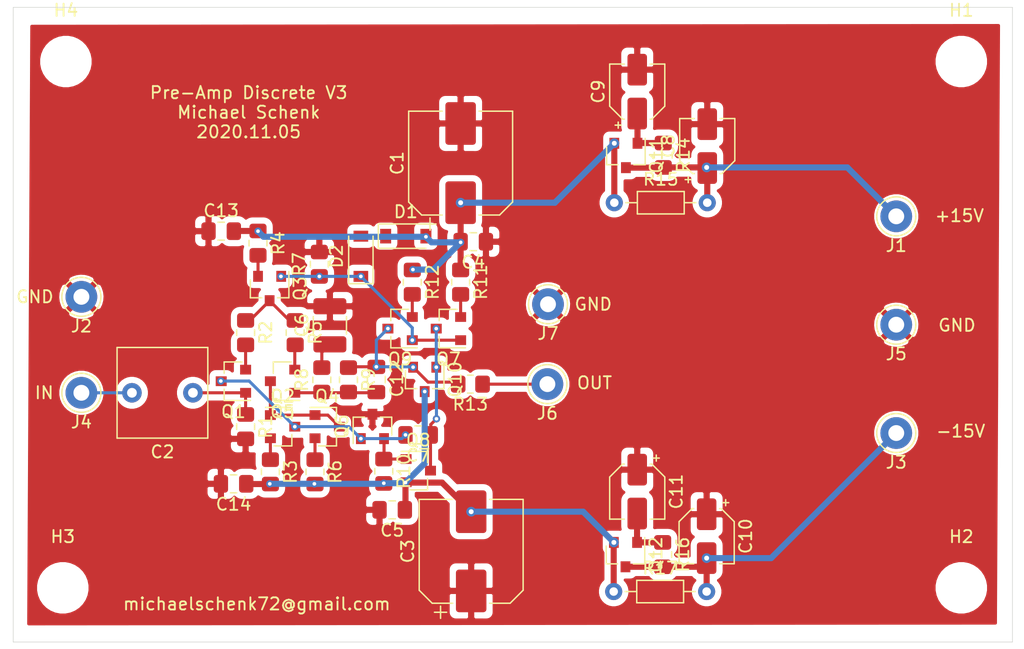
<source format=kicad_pcb>
(kicad_pcb (version 20171130) (host pcbnew "(5.1.7-0-10_14)")
  (layers (0 F.Cu signal) (31 B.Cu signal) (34 B.Paste user) (35 F.Paste user) (36 B.SilkS user) (37 F.SilkS user) (38 B.Mask user) (39 F.Mask user) (44 Edge.Cuts user))
  (net 0 "")
  (net 1 GND)
  (net 2 +15V)
  (net 3 "Net-(C2-Pad2)")
  (net 4 "Net-(C2-Pad1)")
  (net 5 -15V)
  (net 6 "Net-(C6-Pad1)")
  (net 7 "Net-(C7-Pad2)")
  (net 8 "Net-(C7-Pad1)")
  (net 9 "Net-(C8-Pad1)")
  (net 10 "Net-(C9-Pad1)")
  (net 11 "Net-(C10-Pad2)")
  (net 12 "Net-(C11-Pad2)")
  (net 13 "Net-(D1-Pad1)")
  (net 14 "Net-(D2-Pad1)")
  (net 15 "Net-(J6-Pad1)")
  (net 16 "Net-(Q1-Pad2)")
  (net 17 "Net-(Q2-Pad2)")
  (net 18 "Net-(Q2-Pad1)")
  (net 19 "Net-(Q3-Pad3)")
  (net 20 "Net-(Q3-Pad2)")
  (net 21 "Net-(Q4-Pad2)")
  (net 22 "Net-(Q5-Pad2)")
  (net 23 "Net-(Q6-Pad2)")
  (net 24 "Net-(Q7-Pad2)")
  (net 25 "Net-(Q9-Pad2)")
  (net 26 "Net-(C12-Pad2)")
  (net 27 "Net-(C12-Pad1)")
  (module Package_TO_SOT_SMD:SOT-23 (layer F.Cu) (at 147.6596 130.2868)
    (fp_text reference Q4 (at 0 -2.5) (layer F.SilkS))
    (fp_text value BC850C)
    (pad 3 smd rect (at 1 0) (size 0.9 0.8) (layers F.Cu F.Paste F.Mask) (net 18 "Net-(Q2-Pad1)"))
    (pad 2 smd rect (at -1 0.95) (size 0.9 0.8) (layers F.Cu F.Paste F.Mask) (net 21 "Net-(Q4-Pad2)"))
    (pad 1 smd rect (at -1 -0.95) (size 0.9 0.8) (layers F.Cu F.Paste F.Mask) (net 18 "Net-(Q2-Pad1)"))
  )
  (module Capacitor_SMD:C_0805_2012Metric_Pad1.18x1.45mm_HandSolder (layer F.Cu) (at 139.9833 134.9756 180)
    (fp_text reference C14 (at 0 -1.68) (layer F.SilkS))
    (fp_text value 100nF)
    (pad 2 smd roundrect (at 1.0375 0 180) (size 1.175 1.45) (layers F.Cu F.Paste F.Mask) (roundrect_rratio 0.2127659574468085) (net 1 GND))
    (pad 1 smd roundrect (at -1.0375 0 180) (size 1.175 1.45) (layers F.Cu F.Paste F.Mask) (roundrect_rratio 0.2127659574468085) (net 5 -15V))
  )
  (module Capacitor_SMD:C_0805_2012Metric_Pad1.18x1.45mm_HandSolder (layer F.Cu) (at 138.9673 114.2492)
    (fp_text reference C13 (at 0 -1.68) (layer F.SilkS))
    (fp_text value 100nF)
    (pad 2 smd roundrect (at 1.0375 0) (size 1.175 1.45) (layers F.Cu F.Paste F.Mask) (roundrect_rratio 0.2127659574468085) (net 2 +15V))
    (pad 1 smd roundrect (at -1.0375 0) (size 1.175 1.45) (layers F.Cu F.Paste F.Mask) (roundrect_rratio 0.2127659574468085) (net 1 GND))
  )
  (module Capacitor_SMD:CP_Elec_4x4.5 (layer F.Cu) (at 173.0756 135.614 270)
    (fp_text reference C11 (at 0 -3.2 90) (layer F.SilkS))
    (fp_text value 4.7uF)
    (pad 2 smd roundrect (at 1.8 0 270) (size 2.6 1.6) (layers F.Cu F.Paste F.Mask) (roundrect_rratio 0.15625) (net 12 "Net-(C11-Pad2)"))
    (pad 1 smd roundrect (at -1.8 0 270) (size 2.6 1.6) (layers F.Cu F.Paste F.Mask) (roundrect_rratio 0.15625) (net 1 GND))
  )
  (module Capacitor_SMD:CP_Elec_4x4.5 (layer F.Cu) (at 178.7652 139.2716 270)
    (fp_text reference C10 (at 0 -3.2 90) (layer F.SilkS))
    (fp_text value 4.7uF)
    (pad 2 smd roundrect (at 1.8 0 270) (size 2.6 1.6) (layers F.Cu F.Paste F.Mask) (roundrect_rratio 0.15625) (net 11 "Net-(C10-Pad2)"))
    (pad 1 smd roundrect (at -1.8 0 270) (size 2.6 1.6) (layers F.Cu F.Paste F.Mask) (roundrect_rratio 0.15625) (net 1 GND))
  )
  (module Capacitor_SMD:CP_Elec_4x4.5 (layer F.Cu) (at 173.0756 102.7972 90)
    (fp_text reference C9 (at 0 -3.2 90) (layer F.SilkS))
    (fp_text value 4.7uF)
    (pad 2 smd roundrect (at 1.8 0 90) (size 2.6 1.6) (layers F.Cu F.Paste F.Mask) (roundrect_rratio 0.15625) (net 1 GND))
    (pad 1 smd roundrect (at -1.8 0 90) (size 2.6 1.6) (layers F.Cu F.Paste F.Mask) (roundrect_rratio 0.15625) (net 10 "Net-(C9-Pad1)"))
  )
  (module Capacitor_SMD:CP_Elec_4x4.5 (layer F.Cu) (at 178.816 107.2676 90)
    (fp_text reference C8 (at 0 -3.2 90) (layer F.SilkS))
    (fp_text value 4.7uF)
    (pad 2 smd roundrect (at 1.8 0 90) (size 2.6 1.6) (layers F.Cu F.Paste F.Mask) (roundrect_rratio 0.15625) (net 1 GND))
    (pad 1 smd roundrect (at -1.8 0 90) (size 2.6 1.6) (layers F.Cu F.Paste F.Mask) (roundrect_rratio 0.15625) (net 9 "Net-(C8-Pad1)"))
  )
  (module Capacitor_SMD:C_1210_3225Metric_Pad1.33x2.70mm_HandSolder (layer F.Cu) (at 147.8788 121.9708 90)
    (fp_text reference C6 (at 0 -2.3 90) (layer F.SilkS))
    (fp_text value 100uF)
    (pad 2 smd roundrect (at 1.5625 0 90) (size 1.325 2.7) (layers F.Cu F.Paste F.Mask) (roundrect_rratio 0.1886784905660377) (net 1 GND))
    (pad 1 smd roundrect (at -1.5625 0 90) (size 1.325 2.7) (layers F.Cu F.Paste F.Mask) (roundrect_rratio 0.1886784905660377) (net 6 "Net-(C6-Pad1)"))
  )
  (module Capacitor_SMD:C_0805_2012Metric_Pad1.18x1.45mm_HandSolder (layer F.Cu) (at 152.9881 137.1092 180)
    (fp_text reference C5 (at 0 -1.68) (layer F.SilkS))
    (fp_text value 100nF)
    (pad 2 smd roundrect (at 1.0375 0 180) (size 1.175 1.45) (layers F.Cu F.Paste F.Mask) (roundrect_rratio 0.2127659574468085) (net 1 GND))
    (pad 1 smd roundrect (at -1.0375 0 180) (size 1.175 1.45) (layers F.Cu F.Paste F.Mask) (roundrect_rratio 0.2127659574468085) (net 5 -15V))
  )
  (module Capacitor_SMD:C_0805_2012Metric_Pad1.18x1.45mm_HandSolder (layer F.Cu) (at 159.6351 115.1128 180)
    (fp_text reference C4 (at 0 -1.68) (layer F.SilkS))
    (fp_text value 100nF)
    (pad 2 smd roundrect (at 1.0375 0 180) (size 1.175 1.45) (layers F.Cu F.Paste F.Mask) (roundrect_rratio 0.2127659574468085) (net 2 +15V))
    (pad 1 smd roundrect (at -1.0375 0 180) (size 1.175 1.45) (layers F.Cu F.Paste F.Mask) (roundrect_rratio 0.2127659574468085) (net 1 GND))
  )
  (module Capacitor_SMD:CP_Elec_8x10 (layer F.Cu) (at 159.4612 140.5128 90)
    (fp_text reference C3 (at 0 -5.2 90) (layer F.SilkS))
    (fp_text value 100uF)
    (pad 2 smd roundrect (at 3.25 0 90) (size 3.5 2.5) (layers F.Cu F.Paste F.Mask) (roundrect_rratio 0.1) (net 5 -15V))
    (pad 1 smd roundrect (at -3.25 0 90) (size 3.5 2.5) (layers F.Cu F.Paste F.Mask) (roundrect_rratio 0.1) (net 1 GND))
  )
  (module Capacitor_SMD:CP_Elec_8x10 (layer F.Cu) (at 158.5976 108.6624 90)
    (fp_text reference C1 (at 0 -5.2 90) (layer F.SilkS))
    (fp_text value 100uF)
    (pad 2 smd roundrect (at 3.25 0 90) (size 3.5 2.5) (layers F.Cu F.Paste F.Mask) (roundrect_rratio 0.1) (net 1 GND))
    (pad 1 smd roundrect (at -3.25 0 90) (size 3.5 2.5) (layers F.Cu F.Paste F.Mask) (roundrect_rratio 0.1) (net 2 +15V))
  )
  (module Package_TO_SOT_SMD:SOT-23 (layer F.Cu) (at 155.6512 126.4064 270)
    (fp_text reference Q10 (at 0 -2.5 90) (layer F.SilkS))
    (fp_text value BC860C)
    (pad 3 smd rect (at 1 0 270) (size 0.9 0.8) (layers F.Cu F.Paste F.Mask) (net 5 -15V))
    (pad 2 smd rect (at -1 0.95 270) (size 0.9 0.8) (layers F.Cu F.Paste F.Mask) (net 27 "Net-(C12-Pad1)"))
    (pad 1 smd rect (at -1 -0.95 270) (size 0.9 0.8) (layers F.Cu F.Paste F.Mask) (net 8 "Net-(C7-Pad1)"))
  )
  (module Resistor_SMD:R_0805_2012Metric_Pad1.20x1.40mm_HandSolder (layer F.Cu) (at 141.986 115.2304 270)
    (fp_text reference R4 (at 0 -1.65 90) (layer F.SilkS))
    (fp_text value 150R)
    (pad 2 smd roundrect (at 1 0 270) (size 1.2 1.4) (layers F.Cu F.Paste F.Mask) (roundrect_rratio 0.2083325) (net 20 "Net-(Q3-Pad2)"))
    (pad 1 smd roundrect (at -1 0 270) (size 1.2 1.4) (layers F.Cu F.Paste F.Mask) (roundrect_rratio 0.2083325) (net 2 +15V))
  )
  (module Capacitor_SMD:C_0805_2012Metric_Pad1.18x1.45mm_HandSolder (layer F.Cu) (at 155.1139 130.9624 180)
    (fp_text reference C7 (at 0 -1.68) (layer F.SilkS))
    (fp_text value 270pF)
    (pad 2 smd roundrect (at 1.0375 0 180) (size 1.175 1.45) (layers F.Cu F.Paste F.Mask) (roundrect_rratio 0.2127659574468085) (net 7 "Net-(C7-Pad2)"))
    (pad 1 smd roundrect (at -1.0375 0 180) (size 1.175 1.45) (layers F.Cu F.Paste F.Mask) (roundrect_rratio 0.2127659574468085) (net 8 "Net-(C7-Pad1)"))
  )
  (module Capacitor_SMD:C_0805_2012Metric_Pad1.18x1.45mm_HandSolder (layer F.Cu) (at 151.6888 126.4197 270)
    (fp_text reference C12 (at 0 -1.68 90) (layer F.SilkS))
    (fp_text value 4.7pF)
    (pad 2 smd roundrect (at 1.0375 0 270) (size 1.175 1.45) (layers F.Cu F.Paste F.Mask) (roundrect_rratio 0.2127659574468085) (net 26 "Net-(C12-Pad2)"))
    (pad 1 smd roundrect (at -1.0375 0 270) (size 1.175 1.45) (layers F.Cu F.Paste F.Mask) (roundrect_rratio 0.2127659574468085) (net 27 "Net-(C12-Pad1)"))
  )
  (module Package_TO_SOT_SMD:SOT-23 (layer F.Cu) (at 153.6352 122.24 180)
    (fp_text reference Q9 (at 0 -2.5) (layer F.SilkS))
    (fp_text value BC860C)
    (pad 1 smd rect (at -1 -0.95 180) (size 0.9 0.8) (layers F.Cu F.Paste F.Mask) (net 14 "Net-(D2-Pad1)"))
    (pad 2 smd rect (at -1 0.95 180) (size 0.9 0.8) (layers F.Cu F.Paste F.Mask) (net 25 "Net-(Q9-Pad2)"))
    (pad 3 smd rect (at 1 0 180) (size 0.9 0.8) (layers F.Cu F.Paste F.Mask) (net 27 "Net-(C12-Pad1)"))
  )
  (module Resistor_SMD:R_0805_2012Metric_Pad1.20x1.40mm_HandSolder (layer F.Cu) (at 140.97 130.286 270)
    (fp_text reference R1 (at 0 -1.65 90) (layer F.SilkS))
    (fp_text value 22k)
    (pad 2 smd roundrect (at 1 0 270) (size 1.2 1.4) (layers F.Cu F.Paste F.Mask) (roundrect_rratio 0.2083325) (net 1 GND))
    (pad 1 smd roundrect (at -1 0 270) (size 1.2 1.4) (layers F.Cu F.Paste F.Mask) (roundrect_rratio 0.2083325) (net 4 "Net-(C2-Pad1)"))
  )
  (module Resistor_THT:R_Axial_DIN0204_L3.6mm_D1.6mm_P7.62mm_Horizontal (layer F.Cu) (at 171.1452 143.8148)
    (fp_text reference R17 (at 3.81 -1.92) (layer F.SilkS))
    (fp_text value 0R)
    (pad 2 thru_hole oval (at 7.62 0) (size 1.4 1.4) (drill 0.7) (layers *.Cu *.Mask) (net 11 "Net-(C10-Pad2)"))
    (pad 1 thru_hole circle (at 0 0) (size 1.4 1.4) (drill 0.7) (layers *.Cu *.Mask) (net 5 -15V))
  )
  (module Resistor_SMD:R_0805_2012Metric_Pad1.20x1.40mm_HandSolder (layer F.Cu) (at 175.1584 140.7828 270)
    (fp_text reference R16 (at 0 -1.65 90) (layer F.SilkS))
    (fp_text value 22k)
    (pad 2 smd roundrect (at 1 0 270) (size 1.2 1.4) (layers F.Cu F.Paste F.Mask) (roundrect_rratio 0.2083325) (net 11 "Net-(C10-Pad2)"))
    (pad 1 smd roundrect (at -1 0 270) (size 1.2 1.4) (layers F.Cu F.Paste F.Mask) (roundrect_rratio 0.2083325) (net 12 "Net-(C11-Pad2)"))
  )
  (module Resistor_THT:R_Axial_DIN0204_L3.6mm_D1.6mm_P7.62mm_Horizontal (layer F.Cu) (at 171.196 111.9124)
    (fp_text reference R15 (at 3.81 -1.92) (layer F.SilkS))
    (fp_text value 0R)
    (pad 2 thru_hole oval (at 7.62 0) (size 1.4 1.4) (drill 0.7) (layers *.Cu *.Mask) (net 9 "Net-(C8-Pad1)"))
    (pad 1 thru_hole circle (at 0 0) (size 1.4 1.4) (drill 0.7) (layers *.Cu *.Mask) (net 2 +15V))
  )
  (module Resistor_SMD:R_0805_2012Metric_Pad1.20x1.40mm_HandSolder (layer F.Cu) (at 175.2092 108.0168 270)
    (fp_text reference R14 (at 0 -1.65 90) (layer F.SilkS))
    (fp_text value 22k)
    (pad 2 smd roundrect (at 1 0 270) (size 1.2 1.4) (layers F.Cu F.Paste F.Mask) (roundrect_rratio 0.2083325) (net 9 "Net-(C8-Pad1)"))
    (pad 1 smd roundrect (at -1 0 270) (size 1.2 1.4) (layers F.Cu F.Paste F.Mask) (roundrect_rratio 0.2083325) (net 10 "Net-(C9-Pad1)"))
  )
  (module Resistor_SMD:R_0805_2012Metric_Pad1.20x1.40mm_HandSolder (layer F.Cu) (at 159.3944 126.7968 180)
    (fp_text reference R13 (at 0 -1.65) (layer F.SilkS))
    (fp_text value 47R)
    (pad 2 smd roundrect (at 1 0 180) (size 1.2 1.4) (layers F.Cu F.Paste F.Mask) (roundrect_rratio 0.2083325) (net 27 "Net-(C12-Pad1)"))
    (pad 1 smd roundrect (at -1 0 180) (size 1.2 1.4) (layers F.Cu F.Paste F.Mask) (roundrect_rratio 0.2083325) (net 15 "Net-(J6-Pad1)"))
  )
  (module Resistor_SMD:R_0805_2012Metric_Pad1.20x1.40mm_HandSolder (layer F.Cu) (at 154.6352 118.4308 270)
    (fp_text reference R12 (at 0 -1.65 90) (layer F.SilkS))
    (fp_text value 100R)
    (pad 2 smd roundrect (at 1 0 270) (size 1.2 1.4) (layers F.Cu F.Paste F.Mask) (roundrect_rratio 0.2083325) (net 25 "Net-(Q9-Pad2)"))
    (pad 1 smd roundrect (at -1 0 270) (size 1.2 1.4) (layers F.Cu F.Paste F.Mask) (roundrect_rratio 0.2083325) (net 2 +15V))
  )
  (module Resistor_SMD:R_0805_2012Metric_Pad1.20x1.40mm_HandSolder (layer F.Cu) (at 158.5976 118.4308 270)
    (fp_text reference R11 (at 0 -1.65 90) (layer F.SilkS))
    (fp_text value 100R)
    (pad 2 smd roundrect (at 1 0 270) (size 1.2 1.4) (layers F.Cu F.Paste F.Mask) (roundrect_rratio 0.2083325) (net 24 "Net-(Q7-Pad2)"))
    (pad 1 smd roundrect (at -1 0 270) (size 1.2 1.4) (layers F.Cu F.Paste F.Mask) (roundrect_rratio 0.2083325) (net 2 +15V))
  )
  (module Resistor_SMD:R_0805_2012Metric_Pad1.20x1.40mm_HandSolder (layer F.Cu) (at 152.2984 133.9436 270)
    (fp_text reference R10 (at 0 -1.65 90) (layer F.SilkS))
    (fp_text value 2k2)
    (pad 2 smd roundrect (at 1 0 270) (size 1.2 1.4) (layers F.Cu F.Paste F.Mask) (roundrect_rratio 0.2083325) (net 5 -15V))
    (pad 1 smd roundrect (at -1 0 270) (size 1.2 1.4) (layers F.Cu F.Paste F.Mask) (roundrect_rratio 0.2083325) (net 23 "Net-(Q6-Pad2)"))
  )
  (module Resistor_SMD:R_0805_2012Metric_Pad1.20x1.40mm_HandSolder (layer F.Cu) (at 149.4028 126.4445 270)
    (fp_text reference R9 (at 0 -1.65 90) (layer F.SilkS))
    (fp_text value 22k)
    (pad 2 smd roundrect (at 1 0 270) (size 1.2 1.4) (layers F.Cu F.Paste F.Mask) (roundrect_rratio 0.2083325) (net 26 "Net-(C12-Pad2)"))
    (pad 1 smd roundrect (at -1 0 270) (size 1.2 1.4) (layers F.Cu F.Paste F.Mask) (roundrect_rratio 0.2083325) (net 27 "Net-(C12-Pad1)"))
  )
  (module Resistor_SMD:R_0805_2012Metric_Pad1.20x1.40mm_HandSolder (layer F.Cu) (at 147.2184 126.4445 90)
    (fp_text reference R8 (at 0 -1.65 90) (layer F.SilkS))
    (fp_text value 22k)
    (pad 2 smd roundrect (at 1 0 90) (size 1.2 1.4) (layers F.Cu F.Paste F.Mask) (roundrect_rratio 0.2083325) (net 6 "Net-(C6-Pad1)"))
    (pad 1 smd roundrect (at -1 0 90) (size 1.2 1.4) (layers F.Cu F.Paste F.Mask) (roundrect_rratio 0.2083325) (net 26 "Net-(C12-Pad2)"))
  )
  (module Resistor_SMD:R_0805_2012Metric_Pad1.20x1.40mm_HandSolder (layer F.Cu) (at 147.0152 116.9576 90)
    (fp_text reference R7 (at 0 -1.65 90) (layer F.SilkS))
    (fp_text value 22k)
    (pad 2 smd roundrect (at 1 0 90) (size 1.2 1.4) (layers F.Cu F.Paste F.Mask) (roundrect_rratio 0.2083325) (net 1 GND))
    (pad 1 smd roundrect (at -1 0 90) (size 1.2 1.4) (layers F.Cu F.Paste F.Mask) (roundrect_rratio 0.2083325) (net 14 "Net-(D2-Pad1)"))
  )
  (module Resistor_SMD:R_0805_2012Metric_Pad1.20x1.40mm_HandSolder (layer F.Cu) (at 146.6596 133.9944 270)
    (fp_text reference R6 (at 0 -1.65 90) (layer F.SilkS))
    (fp_text value 68)
    (pad 2 smd roundrect (at 1 0 270) (size 1.2 1.4) (layers F.Cu F.Paste F.Mask) (roundrect_rratio 0.2083325) (net 5 -15V))
    (pad 1 smd roundrect (at -1 0 270) (size 1.2 1.4) (layers F.Cu F.Paste F.Mask) (roundrect_rratio 0.2083325) (net 21 "Net-(Q4-Pad2)"))
  )
  (module Resistor_SMD:R_0805_2012Metric_Pad1.20x1.40mm_HandSolder (layer F.Cu) (at 145.034 122.571 270)
    (fp_text reference R5 (at 0 -1.65 90) (layer F.SilkS))
    (fp_text value 100R)
    (pad 2 smd roundrect (at 1 0 270) (size 1.2 1.4) (layers F.Cu F.Paste F.Mask) (roundrect_rratio 0.2083325) (net 22 "Net-(Q5-Pad2)"))
    (pad 1 smd roundrect (at -1 0 270) (size 1.2 1.4) (layers F.Cu F.Paste F.Mask) (roundrect_rratio 0.2083325) (net 19 "Net-(Q3-Pad3)"))
  )
  (module Resistor_SMD:R_0805_2012Metric_Pad1.20x1.40mm_HandSolder (layer F.Cu) (at 143.002 133.9944 270)
    (fp_text reference R3 (at 0 -1.65 90) (layer F.SilkS))
    (fp_text value 68)
    (pad 2 smd roundrect (at 1 0 270) (size 1.2 1.4) (layers F.Cu F.Paste F.Mask) (roundrect_rratio 0.2083325) (net 5 -15V))
    (pad 1 smd roundrect (at -1 0 270) (size 1.2 1.4) (layers F.Cu F.Paste F.Mask) (roundrect_rratio 0.2083325) (net 17 "Net-(Q2-Pad2)"))
  )
  (module Resistor_SMD:R_0805_2012Metric_Pad1.20x1.40mm_HandSolder (layer F.Cu) (at 140.97 122.571 270)
    (fp_text reference R2 (at 0 -1.65 90) (layer F.SilkS))
    (fp_text value 100R)
    (pad 2 smd roundrect (at 1 0 270) (size 1.2 1.4) (layers F.Cu F.Paste F.Mask) (roundrect_rratio 0.2083325) (net 16 "Net-(Q1-Pad2)"))
    (pad 1 smd roundrect (at -1 0 270) (size 1.2 1.4) (layers F.Cu F.Paste F.Mask) (roundrect_rratio 0.2083325) (net 19 "Net-(Q3-Pad3)"))
  )
  (module Package_TO_SOT_SMD:SOT-23 (layer F.Cu) (at 172.1104 140.7828 270)
    (fp_text reference Q12 (at 0 -2.5 90) (layer F.SilkS))
    (fp_text value BC860C)
    (pad 3 smd rect (at 1 0 270) (size 0.9 0.8) (layers F.Cu F.Paste F.Mask) (net 11 "Net-(C10-Pad2)"))
    (pad 2 smd rect (at -1 0.95 270) (size 0.9 0.8) (layers F.Cu F.Paste F.Mask) (net 5 -15V))
    (pad 1 smd rect (at -1 -0.95 270) (size 0.9 0.8) (layers F.Cu F.Paste F.Mask) (net 12 "Net-(C11-Pad2)"))
  )
  (module Package_TO_SOT_SMD:SOT-23 (layer F.Cu) (at 172.146 108.0356 270)
    (fp_text reference Q11 (at 0 -2.5 90) (layer F.SilkS))
    (fp_text value BC850C)
    (pad 3 smd rect (at 1 0 270) (size 0.9 0.8) (layers F.Cu F.Paste F.Mask) (net 9 "Net-(C8-Pad1)"))
    (pad 2 smd rect (at -1 0.95 270) (size 0.9 0.8) (layers F.Cu F.Paste F.Mask) (net 2 +15V))
    (pad 1 smd rect (at -1 -0.95 270) (size 0.9 0.8) (layers F.Cu F.Paste F.Mask) (net 10 "Net-(C9-Pad1)"))
  )
  (module Package_TO_SOT_SMD:SOT-23 (layer F.Cu) (at 155.1272 133.8936)
    (fp_text reference Q8 (at 0 -2.5) (layer F.SilkS))
    (fp_text value BC850C)
    (pad 3 smd rect (at 1 0) (size 0.9 0.8) (layers F.Cu F.Paste F.Mask) (net 8 "Net-(C7-Pad1)"))
    (pad 2 smd rect (at -1 0.95) (size 0.9 0.8) (layers F.Cu F.Paste F.Mask) (net 5 -15V))
    (pad 1 smd rect (at -1 -0.95) (size 0.9 0.8) (layers F.Cu F.Paste F.Mask) (net 23 "Net-(Q6-Pad2)"))
  )
  (module Package_TO_SOT_SMD:SOT-23 (layer F.Cu) (at 157.5976 122.24 180)
    (fp_text reference Q7 (at 0 -2.5) (layer F.SilkS))
    (fp_text value BC860C)
    (pad 3 smd rect (at 1 0 180) (size 0.9 0.8) (layers F.Cu F.Paste F.Mask) (net 8 "Net-(C7-Pad1)"))
    (pad 2 smd rect (at -1 0.95 180) (size 0.9 0.8) (layers F.Cu F.Paste F.Mask) (net 24 "Net-(Q7-Pad2)"))
    (pad 1 smd rect (at -1 -0.95 180) (size 0.9 0.8) (layers F.Cu F.Paste F.Mask) (net 14 "Net-(D2-Pad1)"))
  )
  (module Package_TO_SOT_SMD:SOT-23 (layer F.Cu) (at 151.3688 130.2672 90)
    (fp_text reference Q6 (at 0 -2.5 90) (layer F.SilkS))
    (fp_text value BC850C)
    (pad 3 smd rect (at 1 0 90) (size 0.9 0.8) (layers F.Cu F.Paste F.Mask) (net 1 GND))
    (pad 2 smd rect (at -1 0.95 90) (size 0.9 0.8) (layers F.Cu F.Paste F.Mask) (net 23 "Net-(Q6-Pad2)"))
    (pad 1 smd rect (at -1 -0.95 90) (size 0.9 0.8) (layers F.Cu F.Paste F.Mask) (net 7 "Net-(C7-Pad2)"))
  )
  (module Package_TO_SOT_SMD:SOT-23 (layer F.Cu) (at 144.002 126.5555 180)
    (fp_text reference Q5 (at 0 -2.5) (layer F.SilkS))
    (fp_text value BC860C)
    (pad 3 smd rect (at 1 0 180) (size 0.9 0.8) (layers F.Cu F.Paste F.Mask) (net 18 "Net-(Q2-Pad1)"))
    (pad 2 smd rect (at -1 0.95 180) (size 0.9 0.8) (layers F.Cu F.Paste F.Mask) (net 22 "Net-(Q5-Pad2)"))
    (pad 1 smd rect (at -1 -0.95 180) (size 0.9 0.8) (layers F.Cu F.Paste F.Mask) (net 26 "Net-(C12-Pad2)"))
  )
  (module Package_TO_SOT_SMD:SOT-23 (layer F.Cu) (at 142.9385 118.9515 270)
    (fp_text reference Q3 (at 0 -2.5 90) (layer F.SilkS))
    (fp_text value BC860C)
    (pad 3 smd rect (at 1 0 270) (size 0.9 0.8) (layers F.Cu F.Paste F.Mask) (net 19 "Net-(Q3-Pad3)"))
    (pad 2 smd rect (at -1 0.95 270) (size 0.9 0.8) (layers F.Cu F.Paste F.Mask) (net 20 "Net-(Q3-Pad2)"))
    (pad 1 smd rect (at -1 -0.95 270) (size 0.9 0.8) (layers F.Cu F.Paste F.Mask) (net 14 "Net-(D2-Pad1)"))
  )
  (module Package_TO_SOT_SMD:SOT-23 (layer F.Cu) (at 144.002 130.2868)
    (fp_text reference Q2 (at 0 -2.5) (layer F.SilkS))
    (fp_text value BC850C)
    (pad 3 smd rect (at 1 0) (size 0.9 0.8) (layers F.Cu F.Paste F.Mask) (net 7 "Net-(C7-Pad2)"))
    (pad 2 smd rect (at -1 0.95) (size 0.9 0.8) (layers F.Cu F.Paste F.Mask) (net 17 "Net-(Q2-Pad2)"))
    (pad 1 smd rect (at -1 -0.95) (size 0.9 0.8) (layers F.Cu F.Paste F.Mask) (net 18 "Net-(Q2-Pad1)"))
  )
  (module Package_TO_SOT_SMD:SOT-23 (layer F.Cu) (at 139.97 126.558 180)
    (fp_text reference Q1 (at 0 -2.5) (layer F.SilkS))
    (fp_text value BC860C)
    (pad 3 smd rect (at 1 0 180) (size 0.9 0.8) (layers F.Cu F.Paste F.Mask) (net 7 "Net-(C7-Pad2)"))
    (pad 2 smd rect (at -1 0.95 180) (size 0.9 0.8) (layers F.Cu F.Paste F.Mask) (net 16 "Net-(Q1-Pad2)"))
    (pad 1 smd rect (at -1 -0.95 180) (size 0.9 0.8) (layers F.Cu F.Paste F.Mask) (net 4 "Net-(C2-Pad1)"))
  )
  (module Connector_Pin:Pin_D1.3mm_L11.0mm (layer F.Cu) (at 165.7604 120.2436)
    (fp_text reference J7 (at 0 2.4) (layer F.SilkS))
    (fp_text value Conn_01x01)
    (pad 1 thru_hole circle (at 0 0) (size 2.6 2.6) (drill 1.3) (layers *.Cu *.Mask) (net 1 GND))
  )
  (module Connector_Pin:Pin_D1.3mm_L11.0mm (layer F.Cu) (at 165.7096 126.7968)
    (fp_text reference J6 (at 0 2.4) (layer F.SilkS))
    (fp_text value Conn_01x01)
    (pad 1 thru_hole circle (at 0 0) (size 2.6 2.6) (drill 1.3) (layers *.Cu *.Mask) (net 15 "Net-(J6-Pad1)"))
  )
  (module Connector_Pin:Pin_D1.3mm_L11.0mm (layer F.Cu) (at 194.31 121.92)
    (fp_text reference J5 (at 0 2.4) (layer F.SilkS))
    (fp_text value Conn_01x01)
    (pad 1 thru_hole circle (at 0 0) (size 2.6 2.6) (drill 1.3) (layers *.Cu *.Mask) (net 1 GND))
  )
  (module Connector_Pin:Pin_D1.3mm_L11.0mm (layer F.Cu) (at 127.508 127.508)
    (fp_text reference J4 (at 0 2.4) (layer F.SilkS))
    (fp_text value Conn_01x01)
    (pad 1 thru_hole circle (at 0 0) (size 2.6 2.6) (drill 1.3) (layers *.Cu *.Mask) (net 3 "Net-(C2-Pad2)"))
  )
  (module Connector_Pin:Pin_D1.3mm_L11.0mm (layer F.Cu) (at 194.31 130.81)
    (fp_text reference J3 (at 0 2.4) (layer F.SilkS))
    (fp_text value Conn_01x01)
    (pad 1 thru_hole circle (at 0 0) (size 2.6 2.6) (drill 1.3) (layers *.Cu *.Mask) (net 11 "Net-(C10-Pad2)"))
  )
  (module Connector_Pin:Pin_D1.3mm_L11.0mm (layer F.Cu) (at 127.508 119.634)
    (fp_text reference J2 (at 0 2.4) (layer F.SilkS))
    (fp_text value Conn_01x01)
    (pad 1 thru_hole circle (at 0 0) (size 2.6 2.6) (drill 1.3) (layers *.Cu *.Mask) (net 1 GND))
  )
  (module Connector_Pin:Pin_D1.3mm_L11.0mm (layer F.Cu) (at 194.31 113.03)
    (fp_text reference J1 (at 0 2.4) (layer F.SilkS))
    (fp_text value Conn_01x01)
    (pad 1 thru_hole circle (at 0 0) (size 2.6 2.6) (drill 1.3) (layers *.Cu *.Mask) (net 9 "Net-(C8-Pad1)"))
  )
  (module MountingHole:MountingHole_3.2mm_M3 (layer F.Cu) (at 126.238 100.33)
    (fp_text reference H4 (at 0 -4.2) (layer F.SilkS))
    (fp_text value MountingHole)
    (pad 1 np_thru_hole circle (at 0 0) (size 3.2 3.2) (drill 3.2) (layers *.Cu *.Mask))
  )
  (module MountingHole:MountingHole_3.2mm_M3 (layer F.Cu) (at 125.984 143.51)
    (fp_text reference H3 (at 0 -4.2) (layer F.SilkS))
    (fp_text value MountingHole)
    (pad 1 np_thru_hole circle (at 0 0) (size 3.2 3.2) (drill 3.2) (layers *.Cu *.Mask))
  )
  (module MountingHole:MountingHole_3.2mm_M3 (layer F.Cu) (at 199.644 143.51)
    (fp_text reference H2 (at 0 -4.2) (layer F.SilkS))
    (fp_text value MountingHole)
    (pad 1 np_thru_hole circle (at 0 0) (size 3.2 3.2) (drill 3.2) (layers *.Cu *.Mask))
  )
  (module MountingHole:MountingHole_3.2mm_M3 (layer F.Cu) (at 199.644 100.33)
    (fp_text reference H1 (at 0 -4.2) (layer F.SilkS))
    (fp_text value MountingHole)
    (pad 1 np_thru_hole circle (at 0 0) (size 3.2 3.2) (drill 3.2) (layers *.Cu *.Mask))
  )
  (module Diode_SMD:D_SOD-123 (layer F.Cu) (at 150.4188 116.3076 90)
    (fp_text reference D2 (at 0 -2 90) (layer F.SilkS))
    (fp_text value 1N4148W)
    (pad 2 smd rect (at 1.65 0 90) (size 0.9 1.2) (layers F.Cu F.Paste F.Mask) (net 13 "Net-(D1-Pad1)"))
    (pad 1 smd rect (at -1.65 0 90) (size 0.9 1.2) (layers F.Cu F.Paste F.Mask) (net 14 "Net-(D2-Pad1)"))
  )
  (module Diode_SMD:D_SOD-123 (layer F.Cu) (at 154.1008 114.6556)
    (fp_text reference D1 (at 0 -2) (layer F.SilkS))
    (fp_text value 1N4148W)
    (pad 2 smd rect (at 1.65 0) (size 0.9 1.2) (layers F.Cu F.Paste F.Mask) (net 2 +15V))
    (pad 1 smd rect (at -1.65 0) (size 0.9 1.2) (layers F.Cu F.Paste F.Mask) (net 13 "Net-(D1-Pad1)"))
  )
  (module Capacitor_THT:C_Rect_L7.2mm_W7.2mm_P5.00mm_FKS2_FKP2_MKS2_MKP2 (layer F.Cu) (at 136.652 127.508 180)
    (fp_text reference C2 (at 2.5 -4.85) (layer F.SilkS))
    (fp_text value 2.2uF)
    (pad 2 thru_hole circle (at 5 0 180) (size 1.6 1.6) (drill 0.8) (layers *.Cu *.Mask) (net 3 "Net-(C2-Pad2)"))
    (pad 1 thru_hole circle (at 0 0 180) (size 1.6 1.6) (drill 0.8) (layers *.Cu *.Mask) (net 4 "Net-(C2-Pad1)"))
  )
  (gr_text michaelschenk72@gmail.com (at 141.8844 144.8308) (layer F.SilkS) (effects (font (size 1 1))))
  (gr_text "Pre-Amp Discrete V3\nMichael Schenk\n2020.11.05" (at 141.224 104.4956) (layer F.SilkS) (effects (font (size 1 1))))
  (gr_line (start 203.835 95.885) (end 121.92 95.885) (layer Edge.Cuts) (width 0.05))
  (gr_line (start 203.835 147.955) (end 203.835 95.885) (layer Edge.Cuts) (width 0.05))
  (gr_line (start 121.92 147.955) (end 203.835 147.955) (layer Edge.Cuts) (width 0.05))
  (gr_line (start 121.92 96.52) (end 121.92 147.955) (layer Edge.Cuts) (width 0.05))
  (gr_line (start 121.92 95.885) (end 121.92 96.52) (layer Edge.Cuts) (width 0.05))
  (gr_text GND (at 169.4688 120.2436) (layer F.SilkS) (effects (font (size 1 1))))
  (gr_text OUT (at 169.5704 126.6952) (layer F.SilkS) (effects (font (size 1 1))))
  (gr_text GND (at 123.698 119.634) (layer F.SilkS) (effects (font (size 1 1))))
  (gr_text IN (at 124.46 127.508) (layer F.SilkS) (effects (font (size 1 1))))
  (gr_text GND (at 199.2884 121.9708) (layer F.SilkS) (effects (font (size 1 1))))
  (gr_text -15V (at 199.5932 130.6576) (layer F.SilkS) (effects (font (size 1 1))))
  (gr_text +15V (at 199.4916 112.9792) (layer F.SilkS) (effects (font (size 1 1))))
  (via (at 154.686 117.3988) (size 0.6) (drill 0.3) (layers F.Cu B.Cu) (net 2))
  (via (at 158.5976 115.1636) (size 0.6) (drill 0.3) (layers F.Cu B.Cu) (net 2))
  (via (at 141.986 114.2492) (size 0.6) (drill 0.3) (layers F.Cu B.Cu) (net 2))
  (via (at 155.7528 114.7064) (size 0.6) (drill 0.3) (layers F.Cu B.Cu) (net 2))
  (segment (start 158.5976 111.9124) (end 158.5976 111.9124) (width 0.5) (layer F.Cu) (net 2))
  (segment (start 156.3624 117.3988) (end 158.5976 115.1636) (width 0.5) (layer B.Cu) (net 2))
  (segment (start 154.686 117.3988) (end 156.3624 117.3988) (width 0.5) (layer B.Cu) (net 2))
  (segment (start 156.21 115.1636) (end 155.7528 114.7064) (width 0.5) (layer B.Cu) (net 2))
  (segment (start 158.5976 115.1636) (end 156.21 115.1636) (width 0.5) (layer B.Cu) (net 2))
  (segment (start 142.4432 114.7064) (end 141.986 114.2492) (width 0.5) (layer B.Cu) (net 2))
  (segment (start 155.7528 114.7064) (end 142.4432 114.7064) (width 0.5) (layer B.Cu) (net 2))
  (segment (start 140.0236 114.2304) (end 140.0048 114.2492) (width 0.5) (layer F.Cu) (net 2))
  (segment (start 141.986 114.2304) (end 140.0236 114.2304) (width 0.5) (layer F.Cu) (net 2))
  (segment (start 158.5976 111.9124) (end 158.5976 117.4308) (width 0.5) (layer F.Cu) (net 2))
  (via (at 158.5976 111.9124) (size 0.8) (drill 0.4) (layers F.Cu B.Cu) (net 2))
  (segment (start 171.196 111.9124) (end 171.196 107.0356) (width 0.5) (layer F.Cu) (net 2))
  (segment (start 166.3192 111.9124) (end 171.196 107.0356) (width 0.5) (layer B.Cu) (net 2))
  (via (at 171.196 107.0356) (size 0.8) (drill 0.4) (layers F.Cu B.Cu) (net 2))
  (segment (start 158.5976 111.9124) (end 166.3192 111.9124) (width 0.5) (layer B.Cu) (net 2))
  (segment (start 127.508 127.508) (end 131.652 127.508) (width 0.25) (layer B.Cu) (net 3))
  (segment (start 140.97 127.508) (end 136.652 127.508) (width 0.25) (layer F.Cu) (net 4))
  (segment (start 140.97 129.286) (end 140.97 127.508) (width 0.25) (layer F.Cu) (net 4))
  (via (at 142.9512 134.9756) (size 0.6) (drill 0.3) (layers F.Cu B.Cu) (net 5))
  (via (at 146.6088 134.9756) (size 0.6) (drill 0.3) (layers F.Cu B.Cu) (net 5))
  (via (at 152.2984 134.9248) (size 0.6) (drill 0.3) (layers F.Cu B.Cu) (net 5))
  (via (at 154.0764 134.874) (size 0.6) (drill 0.3) (layers F.Cu B.Cu) (net 5))
  (via (at 155.6512 127.4064) (size 0.6) (drill 0.3) (layers F.Cu B.Cu) (net 5))
  (segment (start 155.6512 133.2992) (end 155.6512 127.4064) (width 0.5) (layer B.Cu) (net 5))
  (segment (start 154.0764 134.874) (end 155.6512 133.2992) (width 0.5) (layer B.Cu) (net 5))
  (segment (start 142.9512 134.9756) (end 146.6088 134.9756) (width 0.5) (layer B.Cu) (net 5))
  (segment (start 152.2476 134.9756) (end 152.2984 134.9248) (width 0.5) (layer B.Cu) (net 5))
  (segment (start 146.6088 134.9756) (end 152.2476 134.9756) (width 0.5) (layer B.Cu) (net 5))
  (segment (start 154.0256 134.9248) (end 154.0764 134.874) (width 0.5) (layer B.Cu) (net 5))
  (segment (start 152.2984 134.9248) (end 154.0256 134.9248) (width 0.5) (layer B.Cu) (net 5))
  (segment (start 141.0396 134.9944) (end 141.0208 134.9756) (width 0.5) (layer F.Cu) (net 5))
  (segment (start 143.002 134.9944) (end 141.0396 134.9944) (width 0.5) (layer F.Cu) (net 5))
  (segment (start 154.0764 137.0584) (end 154.0256 137.1092) (width 0.5) (layer F.Cu) (net 5))
  (segment (start 154.0764 134.874) (end 154.0764 137.0584) (width 0.5) (layer F.Cu) (net 5))
  (segment (start 157.0724 134.874) (end 159.4612 137.2628) (width 0.5) (layer F.Cu) (net 5))
  (segment (start 154.0764 134.874) (end 157.0724 134.874) (width 0.5) (layer F.Cu) (net 5))
  (segment (start 171.1452 139.798) (end 171.1604 139.7828) (width 0.5) (layer F.Cu) (net 5))
  (segment (start 171.1452 143.8148) (end 171.1452 139.798) (width 0.5) (layer F.Cu) (net 5))
  (segment (start 159.4612 137.2628) (end 159.4612 137.2628) (width 0.5) (layer F.Cu) (net 5))
  (via (at 159.4612 137.2628) (size 0.8) (drill 0.4) (layers F.Cu B.Cu) (net 5))
  (via (at 171.1604 139.7828) (size 0.8) (drill 0.4) (layers F.Cu B.Cu) (net 5))
  (segment (start 168.6404 137.2628) (end 171.1604 139.7828) (width 0.5) (layer B.Cu) (net 5))
  (segment (start 159.4612 137.2628) (end 168.6404 137.2628) (width 0.5) (layer B.Cu) (net 5))
  (segment (start 147.2184 124.1937) (end 147.8788 123.5333) (width 0.25) (layer F.Cu) (net 6))
  (segment (start 147.2184 125.4445) (end 147.2184 124.1937) (width 0.25) (layer F.Cu) (net 6))
  (via (at 138.938 126.5428) (size 0.6) (drill 0.3) (layers F.Cu B.Cu) (net 7))
  (via (at 145.002 130.2868) (size 0.6) (drill 0.3) (layers F.Cu B.Cu) (net 7))
  (segment (start 141.258 126.5428) (end 145.002 130.2868) (width 0.25) (layer B.Cu) (net 7))
  (segment (start 138.938 126.5428) (end 141.258 126.5428) (width 0.25) (layer B.Cu) (net 7))
  (segment (start 149.4384 130.2868) (end 150.4188 131.2672) (width 0.25) (layer B.Cu) (net 7))
  (via (at 150.4188 131.2672) (size 0.6) (drill 0.3) (layers F.Cu B.Cu) (net 7))
  (segment (start 145.002 130.2868) (end 149.4384 130.2868) (width 0.25) (layer B.Cu) (net 7))
  (segment (start 153.7716 131.2672) (end 154.0764 130.9624) (width 0.25) (layer B.Cu) (net 7))
  (via (at 154.0764 130.9624) (size 0.6) (drill 0.3) (layers F.Cu B.Cu) (net 7))
  (segment (start 150.4188 131.2672) (end 153.7716 131.2672) (width 0.25) (layer B.Cu) (net 7))
  (segment (start 156.1272 130.9866) (end 156.1514 130.9624) (width 0.25) (layer F.Cu) (net 8))
  (segment (start 156.1272 133.8936) (end 156.1272 130.9866) (width 0.25) (layer F.Cu) (net 8))
  (via (at 156.6164 129.6416) (size 0.6) (drill 0.3) (layers F.Cu B.Cu) (net 8))
  (segment (start 156.1514 130.1066) (end 156.6164 129.6416) (width 0.25) (layer F.Cu) (net 8))
  (segment (start 156.1514 130.9624) (end 156.1514 130.1066) (width 0.25) (layer F.Cu) (net 8))
  (segment (start 156.6164 125.4216) (end 156.6012 125.4064) (width 0.25) (layer B.Cu) (net 8))
  (via (at 156.6012 125.4064) (size 0.6) (drill 0.3) (layers F.Cu B.Cu) (net 8))
  (segment (start 156.6164 129.6416) (end 156.6164 125.4216) (width 0.25) (layer B.Cu) (net 8))
  (via (at 156.5976 122.24) (size 0.6) (drill 0.3) (layers F.Cu B.Cu) (net 8))
  (segment (start 156.6012 122.2436) (end 156.5976 122.24) (width 0.25) (layer B.Cu) (net 8))
  (segment (start 156.6012 125.4064) (end 156.6012 122.2436) (width 0.25) (layer B.Cu) (net 8))
  (segment (start 175.1904 109.0356) (end 175.2092 109.0168) (width 0.5) (layer F.Cu) (net 9))
  (segment (start 172.146 109.0356) (end 175.1904 109.0356) (width 0.5) (layer F.Cu) (net 9))
  (segment (start 178.7652 109.0168) (end 178.7652 109.0168) (width 0.5) (layer F.Cu) (net 9))
  (segment (start 175.2092 109.0168) (end 178.7652 109.0168) (width 0.5) (layer F.Cu) (net 9))
  (segment (start 178.816 111.9124) (end 178.816 109.0676) (width 0.5) (layer F.Cu) (net 9))
  (segment (start 178.7652 109.0168) (end 178.816 109.0676) (width 0.5) (layer F.Cu) (net 9))
  (via (at 178.7652 109.0168) (size 0.8) (drill 0.4) (layers F.Cu B.Cu) (net 9))
  (segment (start 190.2968 109.0168) (end 194.31 113.03) (width 0.5) (layer B.Cu) (net 9))
  (segment (start 178.7652 109.0168) (end 190.2968 109.0168) (width 0.5) (layer B.Cu) (net 9))
  (segment (start 173.096 104.6176) (end 173.0756 104.5972) (width 0.5) (layer F.Cu) (net 10))
  (segment (start 173.096 107.0356) (end 173.096 104.6176) (width 0.5) (layer F.Cu) (net 10))
  (segment (start 173.1148 107.0168) (end 173.096 107.0356) (width 0.5) (layer F.Cu) (net 10))
  (segment (start 175.2092 107.0168) (end 173.1148 107.0168) (width 0.5) (layer F.Cu) (net 10))
  (segment (start 172.1104 141.7828) (end 175.1584 141.7828) (width 0.5) (layer F.Cu) (net 11))
  (segment (start 178.054 141.7828) (end 178.7652 141.0716) (width 0.5) (layer F.Cu) (net 11))
  (segment (start 175.1584 141.7828) (end 178.054 141.7828) (width 0.5) (layer F.Cu) (net 11))
  (segment (start 178.7652 143.8148) (end 178.7652 141.0716) (width 0.5) (layer F.Cu) (net 11))
  (segment (start 178.7652 141.0716) (end 178.7652 141.0716) (width 0.5) (layer F.Cu) (net 11))
  (via (at 178.7652 141.0716) (size 0.8) (drill 0.4) (layers F.Cu B.Cu) (net 11))
  (segment (start 184.0484 141.0716) (end 194.31 130.81) (width 0.5) (layer B.Cu) (net 11))
  (segment (start 178.7652 141.0716) (end 184.0484 141.0716) (width 0.5) (layer B.Cu) (net 11))
  (segment (start 175.1584 139.7828) (end 173.0604 139.7828) (width 0.5) (layer F.Cu) (net 12))
  (segment (start 173.0604 137.4292) (end 173.0756 137.414) (width 0.5) (layer F.Cu) (net 12))
  (segment (start 173.0604 139.7828) (end 173.0604 137.4292) (width 0.5) (layer F.Cu) (net 12))
  (segment (start 150.4208 114.6556) (end 150.4188 114.6576) (width 0.25) (layer F.Cu) (net 13))
  (segment (start 152.4508 114.6556) (end 150.4208 114.6556) (width 0.25) (layer F.Cu) (net 13))
  (via (at 150.4188 117.9576) (size 0.6) (drill 0.3) (layers F.Cu B.Cu) (net 14))
  (via (at 147.0152 117.9576) (size 0.6) (drill 0.3) (layers F.Cu B.Cu) (net 14))
  (via (at 143.8656 117.9576) (size 0.6) (drill 0.3) (layers F.Cu B.Cu) (net 14))
  (segment (start 154.6352 123.19) (end 154.6352 123.19) (width 0.25) (layer F.Cu) (net 14))
  (segment (start 143.8656 117.9576) (end 147.0152 117.9576) (width 0.25) (layer B.Cu) (net 14))
  (segment (start 147.0152 117.9576) (end 150.4188 117.9576) (width 0.25) (layer B.Cu) (net 14))
  (segment (start 154.6352 123.19) (end 158.5976 123.19) (width 0.25) (layer F.Cu) (net 14))
  (via (at 154.6352 123.19) (size 0.6) (drill 0.3) (layers F.Cu B.Cu) (net 14))
  (segment (start 154.6352 122.174) (end 150.4188 117.9576) (width 0.25) (layer B.Cu) (net 14))
  (segment (start 154.6352 123.19) (end 154.6352 122.174) (width 0.25) (layer B.Cu) (net 14))
  (segment (start 160.3944 126.7968) (end 165.7096 126.7968) (width 0.25) (layer F.Cu) (net 15))
  (segment (start 140.97 125.608) (end 140.97 123.571) (width 0.25) (layer F.Cu) (net 16))
  (segment (start 143.002 133.1468) (end 142.9512 133.1976) (width 0.25) (layer F.Cu) (net 17))
  (segment (start 143.002 131.2368) (end 143.002 132.9944) (width 0.25) (layer F.Cu) (net 17))
  (segment (start 147.7096 129.3368) (end 148.6596 130.2868) (width 0.25) (layer F.Cu) (net 18))
  (segment (start 146.6596 129.3368) (end 147.7096 129.3368) (width 0.25) (layer F.Cu) (net 18))
  (segment (start 146.6596 129.3368) (end 143.002 129.3368) (width 0.25) (layer F.Cu) (net 18))
  (segment (start 143.002 129.3368) (end 143.002 126.5555) (width 0.25) (layer F.Cu) (net 18))
  (segment (start 144.558 121.571) (end 142.9385 119.9515) (width 0.25) (layer F.Cu) (net 19))
  (segment (start 145.034 121.571) (end 144.558 121.571) (width 0.25) (layer F.Cu) (net 19))
  (segment (start 141.319 121.571) (end 142.9385 119.9515) (width 0.25) (layer F.Cu) (net 19))
  (segment (start 140.97 121.571) (end 141.319 121.571) (width 0.25) (layer F.Cu) (net 19))
  (segment (start 141.9885 116.2329) (end 141.986 116.2304) (width 0.25) (layer F.Cu) (net 20))
  (segment (start 141.9885 117.9515) (end 141.9885 116.2329) (width 0.25) (layer F.Cu) (net 20))
  (segment (start 146.6596 131.2368) (end 146.6596 132.9944) (width 0.25) (layer F.Cu) (net 21))
  (segment (start 145.002 123.603) (end 145.034 123.571) (width 0.25) (layer F.Cu) (net 22))
  (segment (start 145.002 125.6055) (end 145.002 123.603) (width 0.25) (layer F.Cu) (net 22))
  (segment (start 152.3188 132.9232) (end 152.2984 132.9436) (width 0.25) (layer F.Cu) (net 23))
  (segment (start 152.3188 131.2672) (end 152.3188 132.9232) (width 0.25) (layer F.Cu) (net 23))
  (segment (start 152.2984 132.9436) (end 154.1272 132.9436) (width 0.25) (layer F.Cu) (net 23))
  (segment (start 158.5976 121.29) (end 158.5976 119.4308) (width 0.25) (layer F.Cu) (net 24))
  (segment (start 154.6352 121.29) (end 154.6352 119.4308) (width 0.25) (layer F.Cu) (net 25))
  (segment (start 151.6405 127.5055) (end 151.6888 127.4572) (width 0.25) (layer F.Cu) (net 26))
  (segment (start 145.002 127.5055) (end 151.6405 127.5055) (width 0.25) (layer F.Cu) (net 26))
  (via (at 151.6888 125.3744) (size 0.6) (drill 0.3) (layers F.Cu B.Cu) (net 27))
  (via (at 154.7012 125.4064) (size 0.6) (drill 0.3) (layers F.Cu B.Cu) (net 27))
  (segment (start 154.6692 125.3744) (end 154.7012 125.4064) (width 0.25) (layer B.Cu) (net 27))
  (segment (start 151.6888 125.3744) (end 154.6692 125.3744) (width 0.25) (layer B.Cu) (net 27))
  (via (at 152.6352 122.24) (size 0.6) (drill 0.3) (layers F.Cu B.Cu) (net 27))
  (segment (start 151.6888 123.1864) (end 152.6352 122.24) (width 0.25) (layer B.Cu) (net 27))
  (segment (start 151.6888 125.3744) (end 151.6888 123.1864) (width 0.25) (layer B.Cu) (net 27))
  (segment (start 149.4729 125.3744) (end 149.4028 125.4445) (width 0.25) (layer F.Cu) (net 27))
  (segment (start 151.6888 125.3744) (end 149.4729 125.3744) (width 0.25) (layer F.Cu) (net 27))
  (segment (start 155.926199 126.631399) (end 154.7012 125.4064) (width 0.25) (layer F.Cu) (net 27))
  (segment (start 158.228999 126.631399) (end 155.926199 126.631399) (width 0.25) (layer F.Cu) (net 27))
  (segment (start 158.3944 126.7968) (end 158.228999 126.631399) (width 0.25) (layer F.Cu) (net 27))
  (zone (net 1) (net_name GND) (layer F.Cu) (connect_pads (clearance 0.508)) (min_thickness 0.254) (fill yes (arc_segments 32) (thermal_gap 0.508) (thermal_bridge_width 0.508))
    (polygon (pts (xy 202.565 146.52625) (xy 123.063 146.58975) (xy 123.317 97.31375) (xy 202.819 97.25025)))
  )
)
</source>
